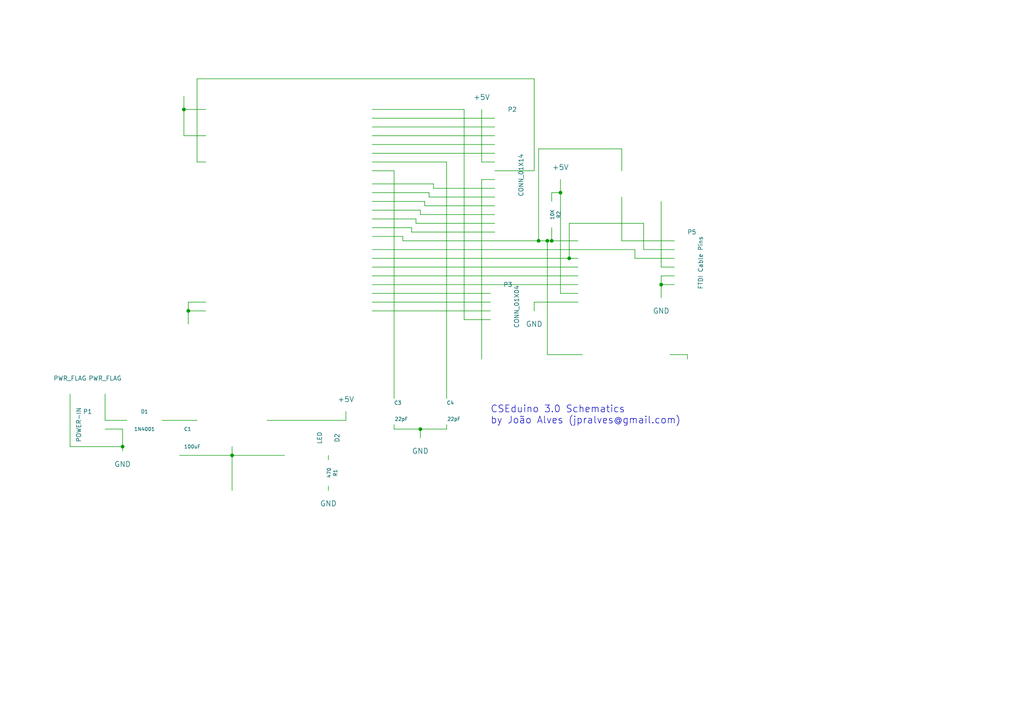
<source format=kicad_sch>
(kicad_sch (version 20230121) (generator eeschema)
  (paper "A4")
  (title_block (title "CSEduino Schematics") (rev "1.0") (company "João Alves"))
  (lib_symbols)
  (junction (at 162.56 55.88))
  (junction (at 165.1 74.93))
  (junction (at 191.77 82.55))
  (junction (at 121.92 124.46))
  (junction (at 53.34 31.75))
  (junction (at 156.21 69.85))
  (junction (at 158.75 69.85))
  (junction (at 67.31 132.08))
  (junction (at 160.02 69.85))
  (junction (at 35.56 129.54))
  (junction (at 54.61 90.17))
  (wire (pts (xy 107.95 85.09) (xy 142.24 85.09)))
  (wire (pts (xy 59.69 31.75) (xy 53.34 31.75)))
  (wire (pts (xy 35.56 129.54) (xy 35.56 130.81)))
  (wire (pts (xy 107.95 66.04) (xy 119.38 66.04)))
  (wire (pts (xy 121.92 62.23) (xy 143.51 62.23)))
  (wire (pts (xy 30.48 124.46) (xy 35.56 124.46)))
  (wire (pts (xy 46.99 121.92) (xy 57.15 121.92)))
  (wire (pts (xy 57.15 46.99) (xy 57.15 22.86)))
  (wire (pts (xy 67.31 132.08) (xy 67.31 142.24)))
  (wire (pts (xy 194.31 102.87) (xy 199.39 102.87)))
  (wire (pts (xy 67.31 132.08) (xy 82.55 132.08)))
  (wire (pts (xy 158.75 69.85) (xy 160.02 69.85)))
  (wire (pts (xy 107.95 46.99) (xy 129.54 46.99)))
  (wire (pts (xy 124.46 55.88) (xy 124.46 57.15)))
  (wire (pts (xy 30.48 114.3) (xy 30.48 121.92)))
  (wire (pts (xy 114.3 49.53) (xy 114.3 115.57)))
  (wire (pts (xy 191.77 82.55) (xy 191.77 86.36)))
  (wire (pts (xy 114.3 124.46) (xy 121.92 124.46)))
  (wire (pts (xy 54.61 90.17) (xy 54.61 93.98)))
  (wire (pts (xy 124.46 57.15) (xy 143.51 57.15)))
  (wire (pts (xy 158.75 102.87) (xy 158.75 69.85)))
  (wire (pts (xy 165.1 74.93) (xy 165.1 64.77)))
  (wire (pts (xy 119.38 66.04) (xy 119.38 67.31)))
  (wire (pts (xy 107.95 72.39) (xy 184.15 72.39)))
  (wire (pts (xy 30.48 121.92) (xy 36.83 121.92)))
  (wire (pts (xy 139.7 46.99) (xy 139.7 31.75)))
  (wire (pts (xy 59.69 90.17) (xy 54.61 90.17)))
  (wire (pts (xy 180.34 43.18) (xy 180.34 49.53)))
  (wire (pts (xy 52.07 132.08) (xy 67.31 132.08)))
  (wire (pts (xy 167.64 87.63) (xy 154.94 87.63)))
  (wire (pts (xy 53.34 31.75) (xy 53.34 39.37)))
  (wire (pts (xy 160.02 55.88) (xy 162.56 55.88)))
  (wire (pts (xy 116.84 68.58) (xy 107.95 68.58)))
  (wire (pts (xy 107.95 74.93) (xy 165.1 74.93)))
  (wire (pts (xy 20.32 129.54) (xy 35.56 129.54)))
  (wire (pts (xy 120.65 63.5) (xy 120.65 64.77)))
  (wire (pts (xy 125.73 53.34) (xy 125.73 54.61)))
  (wire (pts (xy 121.92 124.46) (xy 129.54 124.46)))
  (wire (pts (xy 59.69 46.99) (xy 57.15 46.99)))
  (wire (pts (xy 20.32 114.3) (xy 20.32 129.54)))
  (wire (pts (xy 107.95 60.96) (xy 121.92 60.96)))
  (wire (pts (xy 95.25 140.97) (xy 95.25 142.24)))
  (wire (pts (xy 191.77 77.47) (xy 191.77 58.42)))
  (wire (pts (xy 195.58 80.01) (xy 191.77 80.01)))
  (wire (pts (xy 54.61 87.63) (xy 54.61 90.17)))
  (wire (pts (xy 195.58 77.47) (xy 191.77 77.47)))
  (wire (pts (xy 53.34 27.94) (xy 53.34 31.75)))
  (wire (pts (xy 121.92 124.46) (xy 121.92 127)))
  (wire (pts (xy 134.62 92.71) (xy 142.24 92.71)))
  (wire (pts (xy 114.3 124.46) (xy 114.3 123.19)))
  (wire (pts (xy 168.91 102.87) (xy 158.75 102.87)))
  (wire (pts (xy 162.56 85.09) (xy 167.64 85.09)))
  (wire (pts (xy 160.02 69.85) (xy 167.64 69.85)))
  (wire (pts (xy 107.95 44.45) (xy 143.51 44.45)))
  (wire (pts (xy 123.19 59.69) (xy 143.51 59.69)))
  (wire (pts (xy 160.02 58.42) (xy 160.02 55.88)))
  (wire (pts (xy 119.38 67.31) (xy 143.51 67.31)))
  (wire (pts (xy 180.34 43.18) (xy 156.21 43.18)))
  (wire (pts (xy 154.94 22.86) (xy 154.94 49.53)))
  (wire (pts (xy 129.54 124.46) (xy 129.54 123.19)))
  (wire (pts (xy 107.95 34.29) (xy 143.51 34.29)))
  (wire (pts (xy 107.95 55.88) (xy 124.46 55.88)))
  (wire (pts (xy 154.94 87.63) (xy 154.94 90.17)))
  (wire (pts (xy 107.95 87.63) (xy 142.24 87.63)))
  (wire (pts (xy 53.34 39.37) (xy 59.69 39.37)))
  (wire (pts (xy 77.47 121.92) (xy 100.33 121.92)))
  (wire (pts (xy 95.25 132.08) (xy 95.25 133.35)))
  (wire (pts (xy 160.02 66.04) (xy 160.02 69.85)))
  (wire (pts (xy 154.94 49.53) (xy 143.51 49.53)))
  (wire (pts (xy 107.95 53.34) (xy 125.73 53.34)))
  (wire (pts (xy 143.51 52.07) (xy 139.7 52.07)))
  (wire (pts (xy 186.69 64.77) (xy 186.69 72.39)))
  (wire (pts (xy 162.56 52.07) (xy 162.56 55.88)))
  (wire (pts (xy 184.15 72.39) (xy 184.15 74.93)))
  (wire (pts (xy 107.95 90.17) (xy 142.24 90.17)))
  (wire (pts (xy 67.31 129.54) (xy 67.31 132.08)))
  (wire (pts (xy 143.51 46.99) (xy 139.7 46.99)))
  (wire (pts (xy 107.95 63.5) (xy 120.65 63.5)))
  (wire (pts (xy 180.34 69.85) (xy 195.58 69.85)))
  (wire (pts (xy 107.95 58.42) (xy 123.19 58.42)))
  (wire (pts (xy 59.69 87.63) (xy 54.61 87.63)))
  (wire (pts (xy 129.54 46.99) (xy 129.54 115.57)))
  (wire (pts (xy 165.1 74.93) (xy 167.64 74.93)))
  (wire (pts (xy 199.39 102.87) (xy 199.39 104.14)))
  (wire (pts (xy 191.77 80.01) (xy 191.77 82.55)))
  (wire (pts (xy 100.33 121.92) (xy 100.33 119.38)))
  (wire (pts (xy 107.95 31.75) (xy 134.62 31.75)))
  (wire (pts (xy 107.95 77.47) (xy 167.64 77.47)))
  (wire (pts (xy 156.21 69.85) (xy 158.75 69.85)))
  (wire (pts (xy 134.62 31.75) (xy 134.62 92.71)))
  (wire (pts (xy 156.21 43.18) (xy 156.21 69.85)))
  (wire (pts (xy 107.95 80.01) (xy 167.64 80.01)))
  (wire (pts (xy 121.92 60.96) (xy 121.92 62.23)))
  (wire (pts (xy 125.73 54.61) (xy 143.51 54.61)))
  (wire (pts (xy 107.95 82.55) (xy 167.64 82.55)))
  (wire (pts (xy 120.65 64.77) (xy 143.51 64.77)))
  (wire (pts (xy 186.69 72.39) (xy 195.58 72.39)))
  (wire (pts (xy 107.95 39.37) (xy 143.51 39.37)))
  (wire (pts (xy 35.56 124.46) (xy 35.56 129.54)))
  (wire (pts (xy 165.1 64.77) (xy 186.69 64.77)))
  (wire (pts (xy 107.95 41.91) (xy 143.51 41.91)))
  (wire (pts (xy 184.15 74.93) (xy 195.58 74.93)))
  (wire (pts (xy 57.15 22.86) (xy 154.94 22.86)))
  (wire (pts (xy 162.56 55.88) (xy 162.56 85.09)))
  (wire (pts (xy 107.95 36.83) (xy 143.51 36.83)))
  (wire (pts (xy 139.7 52.07) (xy 139.7 104.14)))
  (wire (pts (xy 195.58 82.55) (xy 191.77 82.55)))
  (wire (pts (xy 107.95 49.53) (xy 114.3 49.53)))
  (wire (pts (xy 116.84 69.85) (xy 156.21 69.85)))
  (wire (pts (xy 180.34 57.15) (xy 180.34 69.85)))
  (wire (pts (xy 116.84 69.85) (xy 116.84 68.58)))
  (wire (pts (xy 123.19 58.42) (xy 123.19 59.69)))
  (text "CSEduino 3.0 Schematics\nby João Alves (jpralves@gmail.com)" (at 142.24 123.19 0) (effects (font (size 2.0066 2.0066)) (justify left bottom)))
  (symbol (lib_id "ATMEGA328-P") (at 82.55 59.69 0) (unit 1)
    (property "Reference" "IC1" (at 63.5 27.94 0) (effects (font (size 1.016 1.016)) (justify left bottom)))
    (property "Value" "ATMEGA328-P" (at 92.71 95.25 0) (effects (font (size 1.016 1.016)) (justify left bottom)))
    (property "Footprint" "DIL28" (at 82.55 59.69 0) (effects (font (size 0.762 0.762) italic)))
  )
  (symbol (lib_id "CONN_01X14") (at 148.59 50.8 0) (unit 1)
    (property "Reference" "P2" (at 148.59 31.75 0))
    (property "Value" "CONN_01X14" (at 151.13 50.8 90))
  )
  (symbol (lib_id "7805") (at 67.31 123.19 0) (unit 1)
    (property "Reference" "U1" (at 71.12 128.1684 0) (effects (font (size 1.524 1.524))))
    (property "Value" "7805" (at 67.31 118.11 0) (effects (font (size 1.524 1.524))))
  )
  (symbol (lib_id "CRYSTAL") (at 121.92 107.95 0) (unit 1)
    (property "Reference" "X1" (at 121.92 104.14 0) (effects (font (size 1.524 1.524))))
    (property "Value" "16 MHz" (at 121.92 111.76 0) (effects (font (size 1.524 1.524))))
  )
  (symbol (lib_id "C") (at 114.3 119.38 0) (unit 1)
    (property "Reference" "C3" (at 114.3 116.84 0) (effects (font (size 1.016 1.016)) (justify left)))
    (property "Value" "22pF" (at 114.4524 121.539 0) (effects (font (size 1.016 1.016)) (justify left)))
  )
  (symbol (lib_id "C") (at 129.54 119.38 0) (unit 1)
    (property "Reference" "C4" (at 129.54 116.84 0) (effects (font (size 1.016 1.016)) (justify left)))
    (property "Value" "22pF" (at 129.6924 121.539 0) (effects (font (size 1.016 1.016)) (justify left)))
  )
  (symbol (lib_id "GND") (at 121.92 127 0) (unit 1)
    (property "Reference" "#PWR01" (effects hide))
    (property "Value" "GND" (at 121.92 130.81 0) (effects (font (size 1.524 1.524))))
  )
  (symbol (lib_id "CAPAPOL") (at 82.55 127 0) (unit 1)
    (property "Reference" "C2" (at 83.82 124.46 0) (effects (font (size 1.016 1.016)) (justify left)))
    (property "Value" "100uF" (at 83.82 129.54 0) (effects (font (size 1.016 1.016)) (justify left)))
  )
  (symbol (lib_id "CAPAPOL") (at 52.07 127 0) (unit 1)
    (property "Reference" "C1" (at 53.34 124.46 0) (effects (font (size 1.016 1.016)) (justify left)))
    (property "Value" "100uF" (at 53.34 129.54 0) (effects (font (size 1.016 1.016)) (justify left)))
  )
  (symbol (lib_id "GND") (at 67.31 142.24 0) (unit 1)
    (property "Reference" "#PWR02" (effects hide))
    (property "Value" "GND" (at 67.31 146.05 0) (effects (font (size 1.524 1.524))))
  )
  (symbol (lib_id "R") (at 95.25 137.16 0) (unit 1)
    (property "Reference" "R1" (at 97.282 137.16 90) (effects (font (size 1.016 1.016))))
    (property "Value" "470" (at 95.4278 137.1346 90) (effects (font (size 1.016 1.016))))
  )
  (symbol (lib_id "LED") (at 95.25 127 270) (unit 1)
    (property "Reference" "D2" (at 97.79 127 0))
    (property "Value" "LED" (at 92.71 127 0))
  )
  (symbol (lib_id "GND") (at 95.25 142.24 0) (unit 1)
    (property "Reference" "#PWR03" (effects hide))
    (property "Value" "GND" (at 95.25 146.05 0) (effects (font (size 1.524 1.524))))
  )
  (symbol (lib_id "+5V") (at 100.33 119.38 0) (unit 1)
    (property "Reference" "#PWR04" (effects hide))
    (property "Value" "+5V" (at 100.33 115.824 0) (effects (font (size 1.524 1.524))))
  )
  (symbol (lib_id "+5V") (at 53.34 27.94 0) (unit 1)
    (property "Reference" "#PWR05" (effects hide))
    (property "Value" "+5V" (at 53.34 24.384 0) (effects (font (size 1.524 1.524))))
  )
  (symbol (lib_id "GND") (at 54.61 93.98 0) (unit 1)
    (property "Reference" "#PWR06" (effects hide))
    (property "Value" "GND" (at 54.61 97.79 0) (effects (font (size 1.524 1.524))))
  )
  (symbol (lib_id "CONN_01X02") (at 25.4 123.19 0) (mirror y) (unit 1)
    (property "Reference" "P1" (at 25.4 119.38 0))
    (property "Value" "POWER-IN" (at 22.86 123.19 90))
  )
  (symbol (lib_id "GND") (at 35.56 130.81 0) (unit 1)
    (property "Reference" "#PWR07" (effects hide))
    (property "Value" "GND" (at 35.56 134.62 0) (effects (font (size 1.524 1.524))))
  )
  (symbol (lib_id "DIODE") (at 41.91 121.92 0) (unit 1)
    (property "Reference" "D1" (at 41.91 119.38 0) (effects (font (size 1.016 1.016))))
    (property "Value" "1N4001" (at 41.91 124.46 0) (effects (font (size 1.016 1.016))))
  )
  (symbol (lib_id "CONN_01X04") (at 147.32 88.9 0) (unit 1)
    (property "Reference" "P3" (at 147.32 82.55 0))
    (property "Value" "CONN_01X04" (at 149.86 88.9 90))
  )
  (symbol (lib_id "CONN_01X08") (at 172.72 78.74 0) (unit 1)
    (property "Reference" "P4" (at 172.72 67.31 0))
    (property "Value" "CONN_01X08" (at 175.26 78.74 90))
  )
  (symbol (lib_id "GND") (at 154.94 90.17 0) (unit 1)
    (property "Reference" "#PWR08" (effects hide))
    (property "Value" "GND" (at 154.94 93.98 0) (effects (font (size 1.524 1.524))))
  )
  (symbol (lib_id "R") (at 160.02 62.23 0) (unit 1)
    (property "Reference" "R2" (at 162.052 62.23 90) (effects (font (size 1.016 1.016))))
    (property "Value" "10K" (at 160.1978 62.2046 90) (effects (font (size 1.016 1.016))))
  )
  (symbol (lib_id "+5V") (at 162.56 52.07 0) (unit 1)
    (property "Reference" "#PWR09" (effects hide))
    (property "Value" "+5V" (at 162.56 48.514 0) (effects (font (size 1.524 1.524))))
  )
  (symbol (lib_id "CONN_01X06") (at 200.66 76.2 0) (unit 1)
    (property "Reference" "P5" (at 200.66 67.31 0))
    (property "Value" "FTDI Cable Pins" (at 203.2 76.2 90))
  )
  (symbol (lib_id "+5V") (at 191.77 58.42 0) (unit 1)
    (property "Reference" "#PWR010" (effects hide))
    (property "Value" "+5V" (at 191.77 54.864 0) (effects (font (size 1.524 1.524))))
  )
  (symbol (lib_id "GND") (at 191.77 86.36 0) (unit 1)
    (property "Reference" "#PWR011" (effects hide))
    (property "Value" "GND" (at 191.77 90.17 0) (effects (font (size 1.524 1.524))))
  )
  (symbol (lib_id "C") (at 180.34 53.34 0) (unit 1)
    (property "Reference" "C5" (at 180.34 50.8 0) (effects (font (size 1.016 1.016)) (justify left)))
    (property "Value" "100nF" (at 180.4924 55.499 0) (effects (font (size 1.016 1.016)) (justify left)))
  )
  (symbol (lib_id "SPST") (at 181.61 102.87 0) (unit 1)
    (property "Reference" "SW1" (at 181.61 100.33 0) (effects (font (size 1.778 1.778))))
    (property "Value" "SPST" (at 181.61 105.41 0) (effects (font (size 1.778 1.778))))
  )
  (symbol (lib_id "GND") (at 199.39 104.14 0) (unit 1)
    (property "Reference" "#PWR012" (effects hide))
    (property "Value" "GND" (at 199.39 107.95 0) (effects (font (size 1.524 1.524))))
  )
  (symbol (lib_id "+5V") (at 139.7 31.75 0) (unit 1)
    (property "Reference" "#PWR013" (effects hide))
    (property "Value" "+5V" (at 139.7 28.194 0) (effects (font (size 1.524 1.524))))
  )
  (symbol (lib_id "GND") (at 139.7 104.14 0) (unit 1)
    (property "Reference" "#PWR014" (effects hide))
    (property "Value" "GND" (at 139.7 107.95 0))
  )
  (symbol (lib_id "PWR_FLAG") (at 30.48 114.3 0) (unit 1)
    (property "Reference" "#FLG015" (effects hide))
    (property "Value" "PWR_FLAG" (at 30.48 109.728 0))
  )
  (symbol (lib_id "PWR_FLAG") (at 20.32 114.3 0) (unit 1)
    (property "Reference" "#FLG016" (effects hide))
    (property "Value" "PWR_FLAG" (at 20.32 109.728 0))
  )
)
</source>
